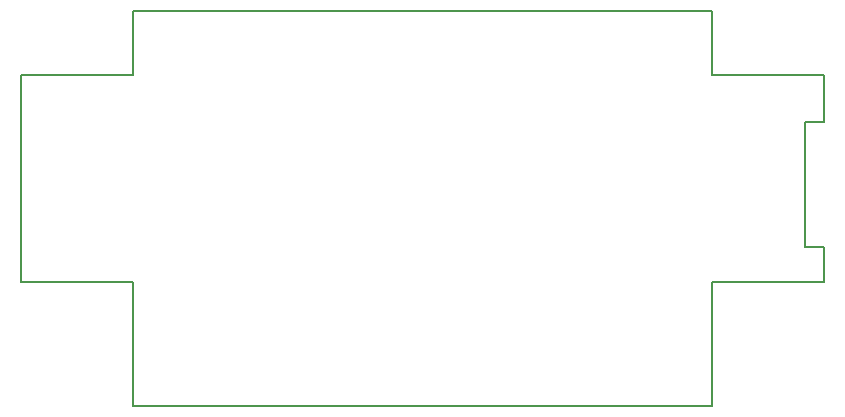
<source format=gm1>
G04 #@! TF.FileFunction,Profile,NP*
%FSLAX46Y46*%
G04 Gerber Fmt 4.6, Leading zero omitted, Abs format (unit mm)*
G04 Created by KiCad (PCBNEW 4.0.7) date Monday, 02 July 2018 'PMt' 22:06:39*
%MOMM*%
%LPD*%
G01*
G04 APERTURE LIST*
%ADD10C,0.100000*%
%ADD11C,0.150000*%
G04 APERTURE END LIST*
D10*
D11*
X179000000Y-115000000D02*
X179000000Y-118000000D01*
X177400000Y-115000000D02*
X179000000Y-115000000D01*
X177400000Y-104450000D02*
X177400000Y-115000000D01*
X179000000Y-104450000D02*
X177400000Y-104450000D01*
X120500000Y-100500000D02*
X120500000Y-95000000D01*
X111000000Y-100500000D02*
X120500000Y-100500000D01*
X169500000Y-100500000D02*
X169500000Y-95000000D01*
X179000000Y-100500000D02*
X169500000Y-100500000D01*
X179000000Y-104450000D02*
X179000000Y-100500000D01*
X169500000Y-118000000D02*
X179000000Y-118000000D01*
X169500000Y-128500000D02*
X169500000Y-118000000D01*
X120500000Y-128500000D02*
X169500000Y-128500000D01*
X120500000Y-118000000D02*
X120500000Y-128500000D01*
X111000000Y-118000000D02*
X120500000Y-118000000D01*
X111000000Y-100500000D02*
X111000000Y-118000000D01*
X120500000Y-95000000D02*
X169500000Y-95000000D01*
M02*

</source>
